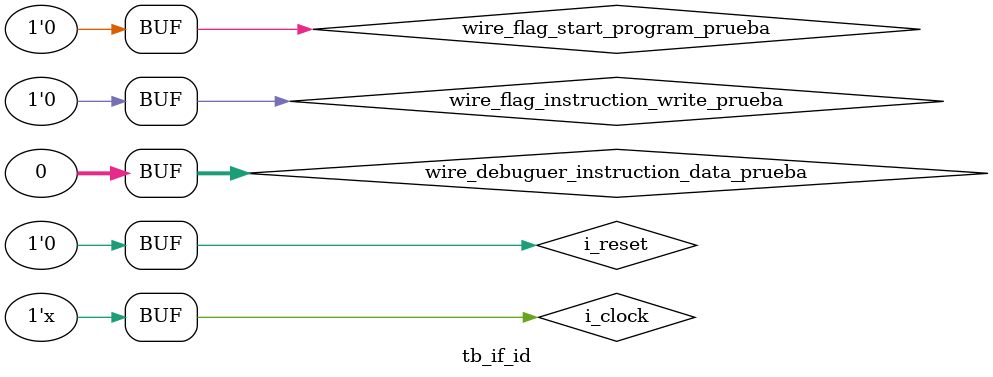
<source format=v>
`timescale 1ns / 1ps


module tb_if_id
#(
    parameter PC_SIZE = 32,
    parameter INSTR_SIZE = 32, 
    parameter REG_SIZE = 32
)(

);


//inputs registers
reg i_clock,
     i_reset,
     wire_flag_start_program_prueba,
     wire_flag_instruction_write_prueba;
     
reg [REG_SIZE-1:0] wire_debuguer_instruction_data_prueba;

//clock
always #500 i_clock = ~i_clock;


Main main_instance (
    .i_clock(i_clock),
    .i_reset(i_reset),
    .wire_flag_start_program_prueba(wire_flag_start_program_prueba),
    .wire_flag_instruction_write_prueba(wire_flag_instruction_write_prueba),
    .wire_debuguer_instruction_data_prueba(wire_debuguer_instruction_data_prueba)
);

initial
begin

//reset
//i_clock=0;
//i_reset=1;
//wire_flag_start_program_prueba=0;
//wire_flag_instruction_write_prueba=0;
//wire_debuguer_instruction_data_prueba=0;
//#2000 
// i_reset = 0;
//#1000
//wire_flag_instruction_write_prueba=1;
//#1000
//wire_flag_instruction_write_prueba=0;
//wire_debuguer_instruction_data_prueba = 32'b111111100101010010;
//#1000
//wire_flag_instruction_write_prueba=1;
//#1000
//wire_flag_instruction_write_prueba=0;
//wire_debuguer_instruction_data_prueba = 32'b0;
//#1000
//wire_flag_start_program_prueba = 1;
//#1000
//wire_flag_start_program_prueba = 0;


    //ARRANCA TODO
    i_clock = 0;
    #1000
    i_reset = 1; 
    #1000
    i_reset = 0;
    
    
    //    //MANDO TRES INSTRUCCIONES Y EL HALT
    wire_flag_instruction_write_prueba=1;
    #1000
    wire_flag_instruction_write_prueba=0;
    //#2000
    wire_debuguer_instruction_data_prueba=32'b00000001000000010000000100000001;
    #2000
    wire_flag_instruction_write_prueba=1;
    #1000
    wire_flag_instruction_write_prueba=0;
   // #2000
    wire_debuguer_instruction_data_prueba=32'b00001111;
    
    #2000
    wire_flag_instruction_write_prueba=1;
    #1000
    wire_flag_instruction_write_prueba=0;
   // #2000
    wire_debuguer_instruction_data_prueba=32'b10101010;
    
    #2000
    wire_flag_instruction_write_prueba=1;
    #1000
    wire_flag_instruction_write_prueba=0;
    wire_debuguer_instruction_data_prueba=32'b00000000;
    
//        //ARRANCO EL PROGRAMA
    #2000
    wire_flag_start_program_prueba=1;
   #1000
    wire_flag_start_program_prueba=0;

end

endmodule

</source>
